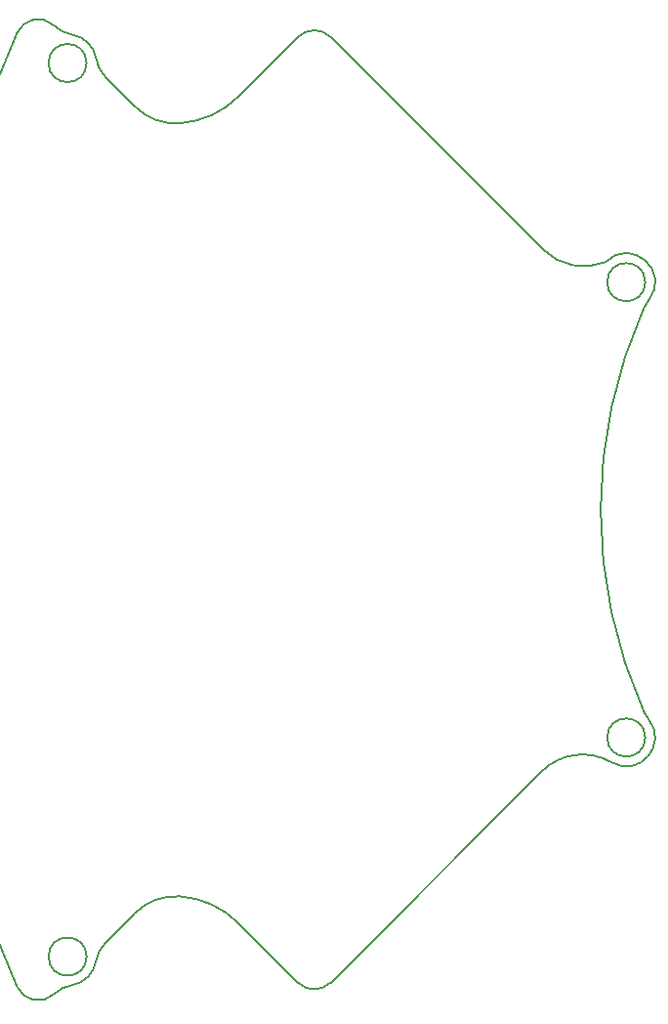
<source format=gbr>
%TF.GenerationSoftware,KiCad,Pcbnew,7.0.9*%
%TF.CreationDate,2024-12-16T14:33:08+09:00*%
%TF.ProjectId,Main maicon,4d61696e-206d-4616-9963-6f6e2e6b6963,rev?*%
%TF.SameCoordinates,Original*%
%TF.FileFunction,Profile,NP*%
%FSLAX46Y46*%
G04 Gerber Fmt 4.6, Leading zero omitted, Abs format (unit mm)*
G04 Created by KiCad (PCBNEW 7.0.9) date 2024-12-16 14:33:08*
%MOMM*%
%LPD*%
G01*
G04 APERTURE LIST*
%TA.AperFunction,Profile*%
%ADD10C,0.200000*%
%TD*%
G04 APERTURE END LIST*
D10*
X127666667Y-67143406D02*
G75*
G03*
X127666667Y-67143406I-1650000J0D01*
G01*
X73208390Y-128194216D02*
G75*
G03*
X76414584Y-128833744I1828510J810316D01*
G01*
X80051012Y-47749459D02*
G75*
G03*
X80889297Y-49380265I2959188J490259D01*
G01*
X127960576Y-68715421D02*
G75*
G03*
X127557276Y-69371234I2333424J-1886879D01*
G01*
X76414615Y-44906439D02*
G75*
G03*
X73208353Y-45545984I-1377715J-1449861D01*
G01*
X127960606Y-68715445D02*
G75*
G03*
X124218837Y-65406224I-1943906J1572045D01*
G01*
X80050940Y-47749471D02*
G75*
G03*
X77992147Y-45691665I-2466340J-408729D01*
G01*
X83429469Y-51920457D02*
G75*
G03*
X87308770Y-53373082I3535531J3535557D01*
G01*
X77992147Y-128048553D02*
G75*
G03*
X76414584Y-128833745I488953J-2959747D01*
G01*
X100391453Y-45901453D02*
G75*
G03*
X97563026Y-45901453I-1414213J-1414211D01*
G01*
X127557279Y-104368981D02*
G75*
G03*
X127960574Y-105024797I2735321J1230181D01*
G01*
X87308768Y-120367161D02*
G75*
G03*
X83429478Y-121819768I-343868J-4987939D01*
G01*
X77992139Y-128048506D02*
G75*
G03*
X80050989Y-125990753I-407439J2466506D01*
G01*
X80889296Y-124359950D02*
X83429478Y-121819768D01*
X79234633Y-48158227D02*
G75*
G03*
X79234633Y-48158227I-1650000J0D01*
G01*
X73208355Y-45545985D02*
G75*
G03*
X73208353Y-128194232I93254035J-41324125D01*
G01*
X76414564Y-44906493D02*
G75*
G03*
X77992147Y-45691663I2066736J2175093D01*
G01*
X127666667Y-106596810D02*
G75*
G03*
X127666667Y-106596810I-1650000J0D01*
G01*
X83429478Y-51920448D02*
X80889296Y-49380266D01*
X118800000Y-64310000D02*
X100391453Y-45901453D01*
X97563027Y-127838762D02*
G75*
G03*
X100391452Y-127838762I1414213J1414210D01*
G01*
X97563026Y-45901453D02*
X92415611Y-51048867D01*
X127557278Y-69371235D02*
G75*
G03*
X127557276Y-104368982I38905092J-17498875D01*
G01*
X92415592Y-122691368D02*
G75*
G03*
X87308770Y-120367134I-5656692J-5656432D01*
G01*
X124754585Y-108754815D02*
G75*
G03*
X118694841Y-109535378I-2524185J-4316085D01*
G01*
X92415611Y-122691349D02*
X97563026Y-127838763D01*
X118800026Y-64309974D02*
G75*
G03*
X124218836Y-65406222I3535574J3535674D01*
G01*
X80889291Y-124359945D02*
G75*
G03*
X80050990Y-125990753I2121409J-2121355D01*
G01*
X124754533Y-108754904D02*
G75*
G03*
X127960573Y-105024797I1262067J2158104D01*
G01*
X79234633Y-125581989D02*
G75*
G03*
X79234633Y-125581989I-1650000J0D01*
G01*
X100391453Y-127838763D02*
X118694840Y-109535377D01*
X87308771Y-53373098D02*
G75*
G03*
X92415611Y-51048867I-550271J7981598D01*
G01*
M02*

</source>
